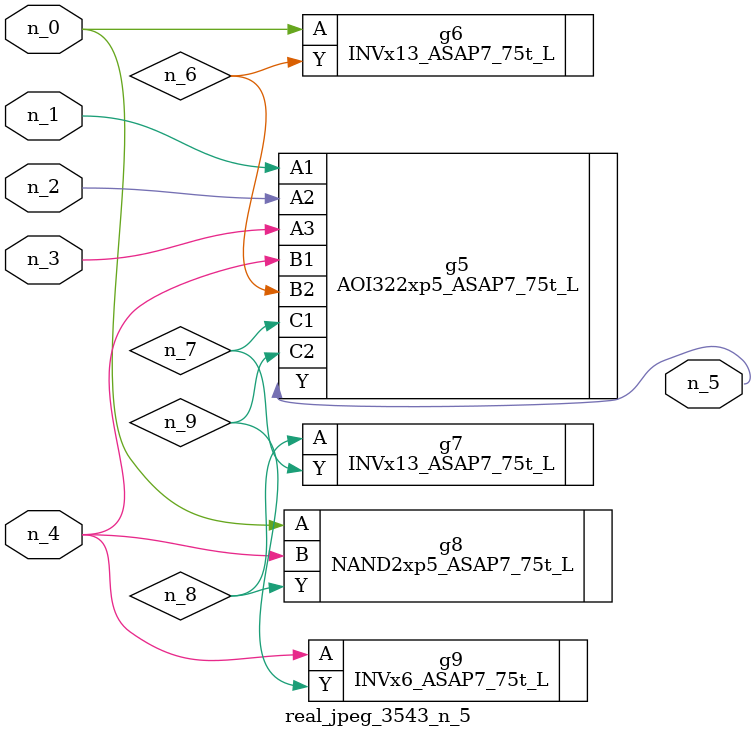
<source format=v>
module real_jpeg_3543_n_5 (n_4, n_0, n_1, n_2, n_3, n_5);

input n_4;
input n_0;
input n_1;
input n_2;
input n_3;

output n_5;

wire n_8;
wire n_6;
wire n_7;
wire n_9;

INVx13_ASAP7_75t_L g6 ( 
.A(n_0),
.Y(n_6)
);

NAND2xp5_ASAP7_75t_L g8 ( 
.A(n_0),
.B(n_4),
.Y(n_8)
);

AOI322xp5_ASAP7_75t_L g5 ( 
.A1(n_1),
.A2(n_2),
.A3(n_3),
.B1(n_4),
.B2(n_6),
.C1(n_7),
.C2(n_9),
.Y(n_5)
);

INVx6_ASAP7_75t_L g9 ( 
.A(n_4),
.Y(n_9)
);

INVx13_ASAP7_75t_L g7 ( 
.A(n_8),
.Y(n_7)
);


endmodule
</source>
